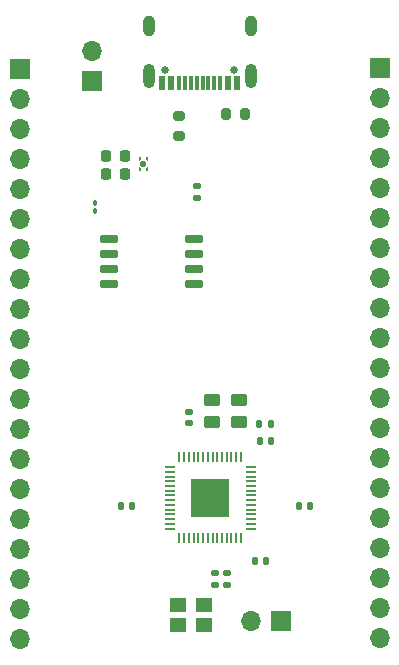
<source format=gbr>
%TF.GenerationSoftware,KiCad,Pcbnew,8.0.2*%
%TF.CreationDate,2024-06-21T23:47:16-04:00*%
%TF.ProjectId,RP2040 Custom,52503230-3430-4204-9375-73746f6d2e6b,rev?*%
%TF.SameCoordinates,Original*%
%TF.FileFunction,Soldermask,Top*%
%TF.FilePolarity,Negative*%
%FSLAX46Y46*%
G04 Gerber Fmt 4.6, Leading zero omitted, Abs format (unit mm)*
G04 Created by KiCad (PCBNEW 8.0.2) date 2024-06-21 23:47:16*
%MOMM*%
%LPD*%
G01*
G04 APERTURE LIST*
G04 Aperture macros list*
%AMRoundRect*
0 Rectangle with rounded corners*
0 $1 Rounding radius*
0 $2 $3 $4 $5 $6 $7 $8 $9 X,Y pos of 4 corners*
0 Add a 4 corners polygon primitive as box body*
4,1,4,$2,$3,$4,$5,$6,$7,$8,$9,$2,$3,0*
0 Add four circle primitives for the rounded corners*
1,1,$1+$1,$2,$3*
1,1,$1+$1,$4,$5*
1,1,$1+$1,$6,$7*
1,1,$1+$1,$8,$9*
0 Add four rect primitives between the rounded corners*
20,1,$1+$1,$2,$3,$4,$5,0*
20,1,$1+$1,$4,$5,$6,$7,0*
20,1,$1+$1,$6,$7,$8,$9,0*
20,1,$1+$1,$8,$9,$2,$3,0*%
%AMFreePoly0*
4,1,6,0.180000,0.075000,0.000000,-0.105000,-0.180000,-0.105000,-0.180000,0.105000,0.180000,0.105000,0.180000,0.075000,0.180000,0.075000,$1*%
%AMFreePoly1*
4,1,6,0.180000,-0.075000,0.180000,-0.105000,-0.180000,-0.105000,-0.180000,0.105000,0.000000,0.105000,0.180000,-0.075000,0.180000,-0.075000,$1*%
%AMFreePoly2*
4,1,6,0.180000,-0.105000,0.000000,-0.105000,-0.180000,0.075000,-0.180000,0.105000,0.180000,0.105000,0.180000,-0.105000,0.180000,-0.105000,$1*%
%AMFreePoly3*
4,1,6,0.180000,-0.105000,-0.180000,-0.105000,-0.180000,-0.075000,0.000000,0.105000,0.180000,0.105000,0.180000,-0.105000,0.180000,-0.105000,$1*%
G04 Aperture macros list end*
%ADD10RoundRect,0.050000X-0.387500X-0.050000X0.387500X-0.050000X0.387500X0.050000X-0.387500X0.050000X0*%
%ADD11RoundRect,0.050000X-0.050000X-0.387500X0.050000X-0.387500X0.050000X0.387500X-0.050000X0.387500X0*%
%ADD12R,3.200000X3.200000*%
%ADD13R,1.700000X1.700000*%
%ADD14O,1.700000X1.700000*%
%ADD15RoundRect,0.140000X-0.170000X0.140000X-0.170000X-0.140000X0.170000X-0.140000X0.170000X0.140000X0*%
%ADD16RoundRect,0.140000X0.140000X0.170000X-0.140000X0.170000X-0.140000X-0.170000X0.140000X-0.170000X0*%
%ADD17RoundRect,0.140000X0.170000X-0.140000X0.170000X0.140000X-0.170000X0.140000X-0.170000X-0.140000X0*%
%ADD18R,1.400000X1.200000*%
%ADD19RoundRect,0.100000X0.100000X-0.130000X0.100000X0.130000X-0.100000X0.130000X-0.100000X-0.130000X0*%
%ADD20RoundRect,0.250000X-0.450000X0.262500X-0.450000X-0.262500X0.450000X-0.262500X0.450000X0.262500X0*%
%ADD21RoundRect,0.225000X-0.225000X-0.250000X0.225000X-0.250000X0.225000X0.250000X-0.225000X0.250000X0*%
%ADD22RoundRect,0.200000X-0.275000X0.200000X-0.275000X-0.200000X0.275000X-0.200000X0.275000X0.200000X0*%
%ADD23FreePoly0,90.000000*%
%ADD24FreePoly1,90.000000*%
%ADD25FreePoly2,90.000000*%
%ADD26FreePoly3,90.000000*%
%ADD27RoundRect,0.120000X0.169706X0.000000X0.000000X0.169706X-0.169706X0.000000X0.000000X-0.169706X0*%
%ADD28RoundRect,0.150000X-0.650000X-0.150000X0.650000X-0.150000X0.650000X0.150000X-0.650000X0.150000X0*%
%ADD29C,0.650000*%
%ADD30R,0.600000X1.240000*%
%ADD31R,0.300000X1.240000*%
%ADD32O,1.000000X2.100000*%
%ADD33O,1.000000X1.800000*%
%ADD34RoundRect,0.200000X-0.200000X-0.275000X0.200000X-0.275000X0.200000X0.275000X-0.200000X0.275000X0*%
G04 APERTURE END LIST*
D10*
%TO.C,U1*%
X137160000Y-81960000D03*
X137160000Y-82360000D03*
X137160000Y-82760000D03*
X137160000Y-83160000D03*
X137160000Y-83560000D03*
X137160000Y-83960000D03*
X137160000Y-84360000D03*
X137160000Y-84760000D03*
X137160000Y-85160000D03*
X137160000Y-85560000D03*
X137160000Y-85960000D03*
X137160000Y-86360000D03*
X137160000Y-86760000D03*
X137160000Y-87160000D03*
D11*
X137997500Y-87997500D03*
X138397500Y-87997500D03*
X138797500Y-87997500D03*
X139197500Y-87997500D03*
X139597500Y-87997500D03*
X139997500Y-87997500D03*
X140397500Y-87997500D03*
X140797500Y-87997500D03*
X141197500Y-87997500D03*
X141597500Y-87997500D03*
X141997500Y-87997500D03*
X142397500Y-87997500D03*
X142797500Y-87997500D03*
X143197500Y-87997500D03*
D10*
X144035000Y-87160000D03*
X144035000Y-86760000D03*
X144035000Y-86360000D03*
X144035000Y-85960000D03*
X144035000Y-85560000D03*
X144035000Y-85160000D03*
X144035000Y-84760000D03*
X144035000Y-84360000D03*
X144035000Y-83960000D03*
X144035000Y-83560000D03*
X144035000Y-83160000D03*
X144035000Y-82760000D03*
X144035000Y-82360000D03*
X144035000Y-81960000D03*
D11*
X143197500Y-81122500D03*
X142797500Y-81122500D03*
X142397500Y-81122500D03*
X141997500Y-81122500D03*
X141597500Y-81122500D03*
X141197500Y-81122500D03*
X140797500Y-81122500D03*
X140397500Y-81122500D03*
X139997500Y-81122500D03*
X139597500Y-81122500D03*
X139197500Y-81122500D03*
X138797500Y-81122500D03*
X138397500Y-81122500D03*
X137997500Y-81122500D03*
D12*
X140597500Y-84560000D03*
%TD*%
D13*
%TO.C,J5*%
X146558000Y-94996000D03*
D14*
X144018000Y-94996000D03*
%TD*%
D15*
%TO.C,C5*%
X140970000Y-90960000D03*
X140970000Y-91920000D03*
%TD*%
D13*
%TO.C,J4*%
X130556000Y-49276000D03*
D14*
X130556000Y-46736000D03*
%TD*%
D13*
%TO.C,J2*%
X124460000Y-48260000D03*
D14*
X124460000Y-50800000D03*
X124460000Y-53340000D03*
X124460000Y-55880000D03*
X124460000Y-58420000D03*
X124460000Y-60960000D03*
X124460000Y-63500000D03*
X124460000Y-66040000D03*
X124460000Y-68580000D03*
X124460000Y-71120000D03*
X124460000Y-73660000D03*
X124460000Y-76200000D03*
X124460000Y-78740000D03*
X124460000Y-81280000D03*
X124460000Y-83820000D03*
X124460000Y-86360000D03*
X124460000Y-88900000D03*
X124460000Y-91440000D03*
X124460000Y-93980000D03*
X124460000Y-96520000D03*
%TD*%
D16*
%TO.C,C6*%
X133982400Y-85267800D03*
X133022400Y-85267800D03*
%TD*%
D17*
%TO.C,C12*%
X141986000Y-91920000D03*
X141986000Y-90960000D03*
%TD*%
D13*
%TO.C,J1*%
X154940000Y-48133000D03*
D14*
X154940000Y-50673000D03*
X154940000Y-53213000D03*
X154940000Y-55753000D03*
X154940000Y-58293000D03*
X154940000Y-60833000D03*
X154940000Y-63373000D03*
X154940000Y-65913000D03*
X154940000Y-68453000D03*
X154940000Y-70993000D03*
X154940000Y-73533000D03*
X154940000Y-76073000D03*
X154940000Y-78613000D03*
X154940000Y-81153000D03*
X154940000Y-83693000D03*
X154940000Y-86233000D03*
X154940000Y-88773000D03*
X154940000Y-91313000D03*
X154940000Y-93853000D03*
X154940000Y-96393000D03*
%TD*%
D15*
%TO.C,C3*%
X138836400Y-77269400D03*
X138836400Y-78229400D03*
%TD*%
D18*
%TO.C,Y1*%
X140038000Y-93638000D03*
X137838000Y-93638000D03*
X137838000Y-95338000D03*
X140038000Y-95338000D03*
%TD*%
D15*
%TO.C,C8*%
X139446000Y-58194000D03*
X139446000Y-59154000D03*
%TD*%
D19*
%TO.C,R5*%
X130810000Y-60264000D03*
X130810000Y-59624000D03*
%TD*%
D20*
%TO.C,R1*%
X140716000Y-76303500D03*
X140716000Y-78128500D03*
%TD*%
D16*
%TO.C,C11*%
X145768000Y-79756000D03*
X144808000Y-79756000D03*
%TD*%
D21*
%TO.C,C2*%
X131800000Y-57150000D03*
X133350000Y-57150000D03*
%TD*%
D22*
%TO.C,R3*%
X137922000Y-52261000D03*
X137922000Y-53911000D03*
%TD*%
D21*
%TO.C,C1*%
X131813000Y-55626000D03*
X133363000Y-55626000D03*
%TD*%
D16*
%TO.C,C7*%
X145336200Y-89916000D03*
X144376200Y-89916000D03*
%TD*%
D23*
%TO.C,U3*%
X134620000Y-56740000D03*
D24*
X135270000Y-56740000D03*
D25*
X134620000Y-55880000D03*
D26*
X135270000Y-55880000D03*
D27*
X134945000Y-56310000D03*
%TD*%
D28*
%TO.C,U2*%
X132036000Y-62611000D03*
X132036000Y-63881000D03*
X132036000Y-65151000D03*
X132036000Y-66421000D03*
X139236000Y-66421000D03*
X139236000Y-65151000D03*
X139236000Y-63881000D03*
X139236000Y-62611000D03*
%TD*%
D29*
%TO.C,J1*%
X142590000Y-48325000D03*
X136810000Y-48325000D03*
D30*
X142900000Y-49445000D03*
X142100000Y-49445000D03*
D31*
X140950000Y-49445000D03*
X139950000Y-49445000D03*
X139450000Y-49445000D03*
X138450000Y-49445000D03*
D30*
X137300000Y-49445000D03*
X136500000Y-49445000D03*
X136500000Y-49445000D03*
X137300000Y-49445000D03*
D31*
X137950000Y-49445000D03*
X138950000Y-49445000D03*
X140450000Y-49445000D03*
X141450000Y-49445000D03*
D30*
X142100000Y-49445000D03*
X142900000Y-49445000D03*
D32*
X144020000Y-48845000D03*
D33*
X144020000Y-44645000D03*
D32*
X135380000Y-48845000D03*
D33*
X135380000Y-44645000D03*
%TD*%
D16*
%TO.C,C4*%
X149070000Y-85267800D03*
X148110000Y-85267800D03*
%TD*%
%TO.C,C3*%
X145717200Y-78282800D03*
X144757200Y-78282800D03*
%TD*%
D20*
%TO.C,R2*%
X143002000Y-76303500D03*
X143002000Y-78128500D03*
%TD*%
D34*
%TO.C,R4*%
X141923000Y-52070000D03*
X143573000Y-52070000D03*
%TD*%
M02*

</source>
